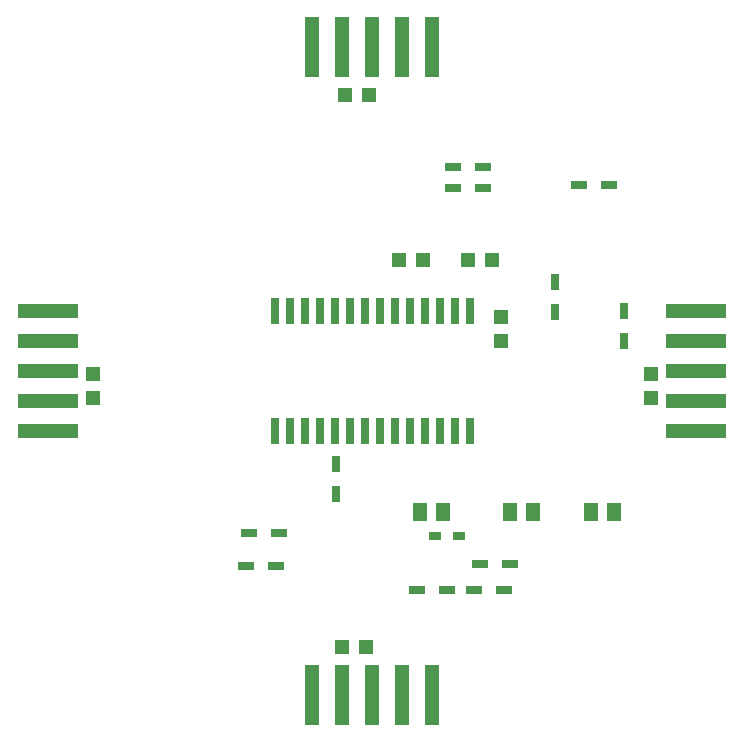
<source format=gbr>
G04 EAGLE Gerber RS-274X export*
G75*
%MOMM*%
%FSLAX34Y34*%
%LPD*%
%INSolderpaste Bottom*%
%IPPOS*%
%AMOC8*
5,1,8,0,0,1.08239X$1,22.5*%
G01*
%ADD10R,0.635000X2.286000*%
%ADD11R,1.350000X0.800000*%
%ADD12R,0.800000X1.350000*%
%ADD13R,5.080000X1.270000*%
%ADD14R,1.270000X5.080000*%
%ADD15R,1.200000X1.300000*%
%ADD16R,1.300000X1.500000*%
%ADD17R,1.000000X0.800000*%
%ADD18R,1.300000X1.200000*%


D10*
X82830Y-50520D03*
X70130Y-50520D03*
X57430Y-50520D03*
X44730Y-50520D03*
X32030Y-50520D03*
X19330Y-50520D03*
X6630Y-50520D03*
X-6070Y-50520D03*
X-18770Y-50520D03*
X-31470Y-50520D03*
X-44170Y-50520D03*
X-56870Y-50520D03*
X-69570Y-50520D03*
X-82270Y-50520D03*
X-82270Y51080D03*
X-69570Y51080D03*
X-56870Y51080D03*
X-44170Y51080D03*
X-31470Y51080D03*
X-18770Y51080D03*
X-6070Y51080D03*
X6630Y51080D03*
X19330Y51080D03*
X32030Y51080D03*
X44730Y51080D03*
X57430Y51080D03*
X70130Y51080D03*
X82830Y51080D03*
D11*
X117180Y-163000D03*
X91780Y-163000D03*
D12*
X154900Y50460D03*
X154900Y75860D03*
D13*
X274320Y-50800D03*
X274320Y-25400D03*
X274320Y0D03*
X274320Y25400D03*
X274320Y50800D03*
X-274320Y-50800D03*
X-274320Y-25400D03*
X-274320Y0D03*
X-274320Y25400D03*
X-274320Y50800D03*
D14*
X-50800Y-274320D03*
X-25400Y-274320D03*
X0Y-274320D03*
X25400Y-274320D03*
X50800Y-274320D03*
X-50800Y274320D03*
X-25400Y274320D03*
X0Y274320D03*
X25400Y274320D03*
X50800Y274320D03*
D15*
X22860Y93980D03*
X43180Y93980D03*
X101600Y93980D03*
X81280Y93980D03*
D16*
X41300Y-119380D03*
X60300Y-119380D03*
X136500Y-119380D03*
X117500Y-119380D03*
X186080Y-119380D03*
X205080Y-119380D03*
D17*
X73500Y-139700D03*
X53500Y-139700D03*
D18*
X-236220Y-2540D03*
X-236220Y-22860D03*
X236220Y-2540D03*
X236220Y-22860D03*
D15*
X-5080Y-233680D03*
X-25400Y-233680D03*
X-2540Y233680D03*
X-22860Y233680D03*
D18*
X109220Y25400D03*
X109220Y45720D03*
D12*
X213360Y50800D03*
X213360Y25400D03*
D11*
X-104140Y-137160D03*
X-78740Y-137160D03*
X-81280Y-165100D03*
X-106680Y-165100D03*
X68580Y172720D03*
X93980Y172720D03*
X68580Y154940D03*
X93980Y154940D03*
X86360Y-185420D03*
X111760Y-185420D03*
X38100Y-185420D03*
X63500Y-185420D03*
X200660Y157480D03*
X175260Y157480D03*
D12*
X-30480Y-78740D03*
X-30480Y-104140D03*
M02*

</source>
